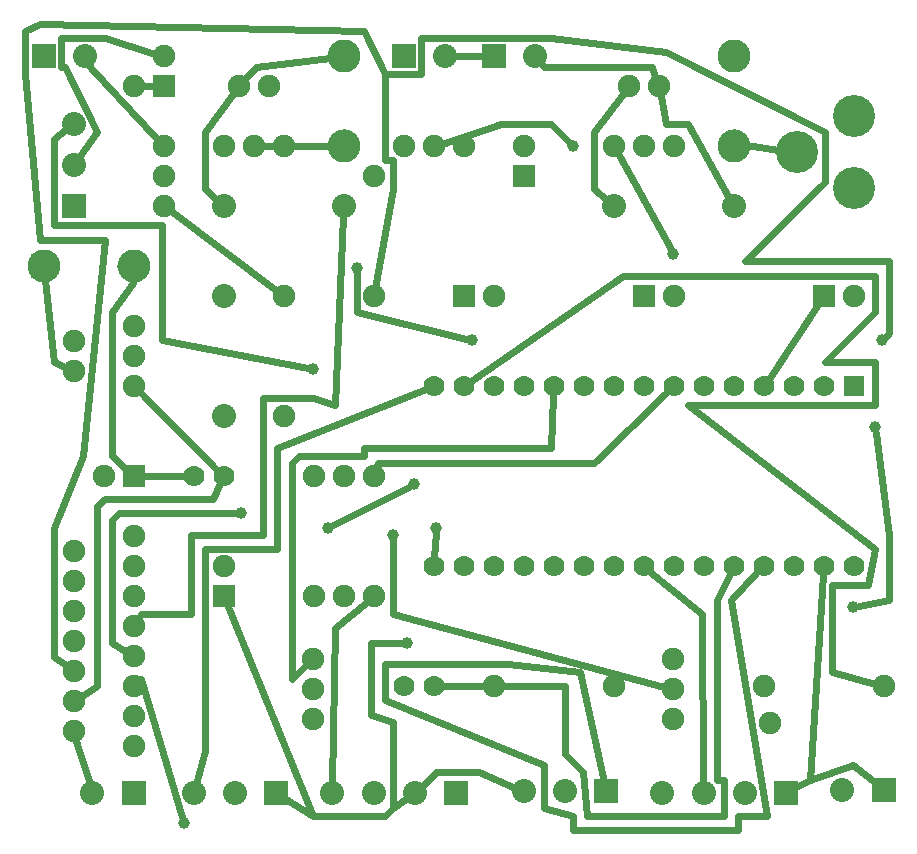
<source format=gtl>
G04 MADE WITH FRITZING*
G04 WWW.FRITZING.ORG*
G04 DOUBLE SIDED*
G04 HOLES PLATED*
G04 CONTOUR ON CENTER OF CONTOUR VECTOR*
%ASAXBY*%
%FSLAX23Y23*%
%MOIN*%
%OFA0B0*%
%SFA1.0B1.0*%
%ADD10C,0.039370*%
%ADD11C,0.075000*%
%ADD12C,0.110236*%
%ADD13C,0.074803*%
%ADD14C,0.080000*%
%ADD15C,0.082000*%
%ADD16C,0.140000*%
%ADD17C,0.070000*%
%ADD18R,0.075000X0.075000*%
%ADD19R,0.082000X0.082000*%
%ADD20R,0.080000X0.080000*%
%ADD21R,0.070000X0.069972*%
%ADD22C,0.024000*%
%LNCOPPER1*%
G90*
G70*
G54D10*
X1332Y652D03*
X1284Y1012D03*
X1020Y1564D03*
X780Y1084D03*
X1068Y1036D03*
X1356Y1180D03*
X2220Y1948D03*
X1884Y2308D03*
X2820Y772D03*
X2892Y1372D03*
X588Y52D03*
X1164Y1900D03*
X1548Y1660D03*
X2916Y1660D03*
X1428Y1036D03*
G54D11*
X1017Y597D03*
X1017Y497D03*
X1017Y397D03*
G54D12*
X2421Y2608D03*
X1121Y2608D03*
X121Y1908D03*
X421Y1908D03*
X1121Y2308D03*
X2421Y2308D03*
G54D13*
X2071Y2508D03*
X2171Y2508D03*
X2021Y2308D03*
X2121Y2308D03*
X2221Y2308D03*
X2071Y2508D03*
X2171Y2508D03*
X2021Y2308D03*
X2121Y2308D03*
X2221Y2308D03*
G54D14*
X2021Y2108D03*
X2421Y2108D03*
G54D11*
X1721Y2208D03*
X1721Y2308D03*
X2721Y1808D03*
X2821Y1808D03*
G54D15*
X2421Y2608D03*
X2421Y2310D03*
G54D16*
X2821Y2168D03*
X2821Y2408D03*
X2631Y2288D03*
G54D14*
X1621Y2608D03*
X1759Y2608D03*
G54D11*
X1521Y2308D03*
X1421Y2308D03*
X1321Y2308D03*
G54D14*
X1321Y2608D03*
X1459Y2608D03*
G54D17*
X2821Y1508D03*
X2721Y1508D03*
X2621Y1508D03*
X2521Y1508D03*
X2421Y1508D03*
X2321Y1508D03*
X2221Y1508D03*
X2121Y1508D03*
X2021Y1508D03*
X1921Y1508D03*
X1821Y1508D03*
X1721Y1508D03*
X1621Y1508D03*
X1521Y1508D03*
X1421Y1508D03*
X2821Y908D03*
X2721Y908D03*
X2621Y908D03*
X2521Y908D03*
X2421Y908D03*
X2321Y908D03*
X2221Y908D03*
X2121Y908D03*
X2021Y908D03*
X1921Y908D03*
X1821Y908D03*
X1721Y908D03*
X1621Y908D03*
X1521Y908D03*
X1421Y908D03*
G54D11*
X1221Y1808D03*
X1221Y2208D03*
G54D15*
X121Y1908D03*
X419Y1908D03*
X1121Y2608D03*
X1121Y2310D03*
G54D13*
X221Y1558D03*
X221Y1658D03*
X421Y1508D03*
X421Y1608D03*
X421Y1708D03*
X221Y1558D03*
X221Y1658D03*
X421Y1508D03*
X421Y1608D03*
X421Y1708D03*
X771Y2508D03*
X871Y2508D03*
X721Y2308D03*
X821Y2308D03*
X921Y2308D03*
X771Y2508D03*
X871Y2508D03*
X721Y2308D03*
X821Y2308D03*
X921Y2308D03*
G54D14*
X721Y1408D03*
X721Y1808D03*
X721Y2108D03*
X1121Y2108D03*
G54D11*
X421Y1208D03*
X321Y1208D03*
X521Y2508D03*
X521Y2608D03*
X1521Y1808D03*
X1621Y1808D03*
X2121Y1808D03*
X2221Y1808D03*
G54D14*
X2596Y152D03*
X2459Y152D03*
X2321Y152D03*
X2183Y152D03*
X121Y2608D03*
X259Y2608D03*
G54D13*
X221Y358D03*
X221Y458D03*
X221Y558D03*
X221Y658D03*
X221Y758D03*
X221Y858D03*
X221Y958D03*
X421Y308D03*
X421Y408D03*
X421Y508D03*
X421Y608D03*
X421Y708D03*
X421Y808D03*
X421Y908D03*
X421Y1008D03*
X221Y358D03*
X221Y458D03*
X221Y558D03*
X221Y658D03*
X221Y758D03*
X221Y858D03*
X221Y958D03*
X421Y308D03*
X421Y408D03*
X421Y508D03*
X421Y608D03*
X421Y708D03*
X421Y808D03*
X421Y908D03*
X421Y1008D03*
G54D14*
X421Y152D03*
X283Y152D03*
G54D11*
X421Y2508D03*
X2542Y386D03*
X421Y2508D03*
X2542Y386D03*
G54D17*
X621Y1208D03*
X721Y1208D03*
G54D11*
X721Y808D03*
X721Y908D03*
X1221Y808D03*
X1221Y1208D03*
X1121Y808D03*
X1121Y1208D03*
X1021Y808D03*
X1021Y1208D03*
G54D14*
X1496Y152D03*
X1359Y152D03*
X1221Y152D03*
X1083Y152D03*
X1996Y157D03*
X1859Y157D03*
X1721Y157D03*
G54D11*
X2021Y508D03*
X1621Y508D03*
G54D17*
X1321Y508D03*
X1421Y508D03*
G54D11*
X521Y2108D03*
X521Y2208D03*
X521Y2308D03*
X2217Y597D03*
X2217Y497D03*
X2217Y397D03*
G54D14*
X2921Y162D03*
X2783Y162D03*
X221Y2108D03*
X221Y2245D03*
X221Y2383D03*
G54D11*
X921Y1408D03*
X921Y1808D03*
X2921Y508D03*
X2521Y508D03*
G54D14*
X896Y151D03*
X759Y151D03*
X621Y151D03*
G54D18*
X1721Y2208D03*
X2721Y1808D03*
G54D19*
X2421Y2609D03*
G54D20*
X1621Y2608D03*
X1321Y2608D03*
G54D21*
X2821Y1508D03*
G54D19*
X120Y1908D03*
X1121Y2609D03*
G54D18*
X421Y1208D03*
X521Y2508D03*
X1521Y1808D03*
X2121Y1808D03*
G54D20*
X2596Y152D03*
X121Y2608D03*
X421Y152D03*
G54D18*
X721Y808D03*
G54D20*
X1496Y152D03*
X1996Y157D03*
X2921Y162D03*
X221Y2108D03*
X896Y151D03*
G54D22*
X156Y1588D02*
X191Y1571D01*
D02*
X126Y1861D02*
X156Y1588D01*
D02*
X828Y2572D02*
X793Y2532D01*
D02*
X1075Y2602D02*
X828Y2572D01*
D02*
X2484Y2308D02*
X2467Y2308D01*
D02*
X2570Y2296D02*
X2484Y2308D01*
D02*
X544Y2090D02*
X898Y1825D01*
D02*
X274Y181D02*
X230Y326D01*
D02*
X501Y2329D02*
X276Y2572D01*
D02*
X276Y2572D02*
X272Y2580D01*
D02*
X2143Y889D02*
X2316Y748D01*
D02*
X1092Y700D02*
X1199Y789D01*
D02*
X1083Y183D02*
X1092Y700D01*
D02*
X2316Y748D02*
X2320Y183D01*
D02*
X1956Y1252D02*
X2200Y1487D01*
D02*
X1236Y1252D02*
X1956Y1252D01*
D02*
X1230Y1235D02*
X1236Y1252D01*
D02*
X1997Y2128D02*
X1956Y2164D01*
D02*
X1956Y2356D02*
X2051Y2481D01*
D02*
X1956Y2164D02*
X1956Y2356D01*
D02*
X2160Y2538D02*
X2148Y2572D01*
D02*
X1788Y2572D02*
X1778Y2584D01*
D02*
X2148Y2572D02*
X1788Y2572D01*
D02*
X2406Y2135D02*
X2268Y2380D01*
D02*
X1447Y508D02*
X1592Y508D01*
D02*
X2408Y882D02*
X2364Y796D01*
D02*
X2196Y2380D02*
X2177Y2475D01*
D02*
X2268Y2380D02*
X2196Y2380D01*
D02*
X1932Y76D02*
X1920Y220D01*
D02*
X2388Y76D02*
X1932Y76D01*
D02*
X2388Y196D02*
X2388Y76D01*
D02*
X2364Y196D02*
X2388Y196D01*
D02*
X2364Y796D02*
X2364Y196D01*
D02*
X698Y2129D02*
X660Y2164D01*
D02*
X1860Y508D02*
X1649Y508D01*
D02*
X1860Y280D02*
X1860Y508D01*
D02*
X1920Y220D02*
X1860Y280D01*
D02*
X660Y2356D02*
X751Y2481D01*
D02*
X660Y2164D02*
X660Y2356D01*
D02*
X2500Y887D02*
X2412Y796D01*
X2412Y796D02*
X2532Y76D01*
D02*
X1884Y76D02*
X1788Y100D01*
D02*
X1884Y28D02*
X1884Y76D01*
D02*
X2436Y28D02*
X1884Y28D01*
D02*
X2436Y76D02*
X2436Y28D01*
D02*
X2532Y76D02*
X2436Y76D01*
D02*
X1668Y580D02*
X1908Y556D01*
D02*
X1260Y580D02*
X1668Y580D01*
D02*
X1260Y460D02*
X1260Y580D01*
D02*
X1788Y244D02*
X1260Y460D01*
D02*
X1788Y100D02*
X1788Y244D01*
D02*
X1908Y556D02*
X1990Y187D01*
D02*
X1812Y1300D02*
X1820Y1478D01*
D02*
X1188Y1300D02*
X1812Y1300D01*
D02*
X1188Y1276D02*
X1188Y1300D01*
D02*
X972Y1276D02*
X1188Y1276D01*
D02*
X948Y1252D02*
X972Y1276D01*
D02*
X948Y532D02*
X948Y1252D01*
D02*
X996Y577D02*
X948Y532D01*
D02*
X1490Y2608D02*
X1590Y2608D01*
D02*
X449Y2508D02*
X492Y2508D01*
D02*
X2537Y1532D02*
X2705Y1784D01*
D02*
X400Y1227D02*
X348Y1276D01*
D02*
X420Y1852D02*
X419Y1875D01*
D02*
X348Y1756D02*
X420Y1852D01*
D02*
X348Y1276D02*
X348Y1756D01*
D02*
X595Y1208D02*
X449Y1208D01*
D02*
X1284Y100D02*
X1260Y76D01*
D02*
X1284Y388D02*
X1284Y100D01*
D02*
X1212Y412D02*
X1284Y388D01*
D02*
X1212Y652D02*
X1212Y412D01*
D02*
X1313Y652D02*
X1212Y652D01*
D02*
X1020Y76D02*
X732Y781D01*
D02*
X1260Y76D02*
X1020Y76D01*
D02*
X1333Y134D02*
X1284Y100D01*
D02*
X1428Y220D02*
X1381Y173D01*
D02*
X1572Y220D02*
X1428Y220D01*
D02*
X1692Y169D02*
X1572Y220D01*
D02*
X923Y135D02*
X1020Y76D01*
D02*
X2676Y196D02*
X2719Y878D01*
D02*
X2623Y167D02*
X2676Y196D01*
D02*
X1394Y1497D02*
X900Y1300D01*
D02*
X2820Y244D02*
X2676Y196D01*
D02*
X2897Y181D02*
X2820Y244D01*
D02*
X660Y292D02*
X629Y181D01*
D02*
X660Y964D02*
X660Y292D01*
D02*
X900Y964D02*
X660Y964D01*
D02*
X900Y1300D02*
X900Y964D01*
D02*
X612Y1012D02*
X612Y748D01*
D02*
X852Y1012D02*
X612Y1012D01*
D02*
X852Y1468D02*
X852Y1012D01*
D02*
X1020Y1468D02*
X852Y1468D01*
D02*
X1092Y1444D02*
X1020Y1468D01*
D02*
X1119Y2076D02*
X1092Y1444D01*
D02*
X444Y748D02*
X437Y736D01*
D02*
X612Y748D02*
X444Y748D01*
D02*
X300Y2356D02*
X192Y2572D01*
D02*
X239Y2271D02*
X300Y2356D01*
D02*
X324Y2668D02*
X493Y2616D01*
D02*
X180Y2668D02*
X324Y2668D01*
D02*
X180Y2572D02*
X180Y2668D01*
D02*
X192Y2572D02*
X180Y2572D01*
D02*
X2189Y504D02*
X1284Y748D01*
D02*
X2868Y844D02*
X2892Y964D01*
D02*
X2748Y844D02*
X2868Y844D01*
D02*
X2748Y556D02*
X2748Y844D01*
D02*
X2893Y515D02*
X2748Y556D01*
D02*
X1284Y748D02*
X1284Y993D01*
D02*
X2892Y964D02*
X2268Y1444D01*
D02*
X2724Y1588D02*
X2892Y1756D01*
D02*
X2892Y1588D02*
X2724Y1588D01*
D02*
X2892Y1444D02*
X2892Y1588D01*
D02*
X2268Y1444D02*
X2892Y1444D01*
D02*
X2052Y1876D02*
X1545Y1524D01*
D02*
X2892Y1876D02*
X2052Y1876D01*
D02*
X2892Y1756D02*
X2892Y1876D01*
D02*
X156Y2332D02*
X156Y2044D01*
D02*
X196Y2364D02*
X156Y2332D01*
D02*
X348Y652D02*
X348Y1060D01*
D02*
X393Y625D02*
X348Y652D01*
D02*
X516Y1660D02*
X1001Y1568D01*
D02*
X516Y2044D02*
X516Y1660D01*
D02*
X156Y2044D02*
X516Y2044D01*
D02*
X372Y1084D02*
X761Y1084D01*
D02*
X348Y1060D02*
X372Y1084D01*
D02*
X1085Y1044D02*
X1339Y1171D01*
D02*
X2037Y2279D02*
X2211Y1965D01*
D02*
X1448Y2316D02*
X1644Y2380D01*
D02*
X1812Y2380D02*
X1871Y2321D01*
D02*
X1644Y2380D02*
X1812Y2380D01*
D02*
X702Y1226D02*
X444Y1484D01*
D02*
X2940Y1012D02*
X2895Y1353D01*
D02*
X2940Y796D02*
X2940Y1012D01*
D02*
X2839Y776D02*
X2940Y796D01*
D02*
X248Y475D02*
X300Y508D01*
D02*
X444Y532D02*
X583Y70D01*
D02*
X443Y531D02*
X444Y532D01*
D02*
X684Y1132D02*
X709Y1184D01*
D02*
X324Y1132D02*
X684Y1132D01*
D02*
X300Y1108D02*
X324Y1132D01*
D02*
X300Y508D02*
X300Y1108D01*
D02*
X1164Y1756D02*
X1530Y1665D01*
D02*
X1164Y1881D02*
X1164Y1756D01*
D02*
X1226Y1836D02*
X1284Y2164D01*
D02*
X1380Y2668D02*
X1812Y2668D01*
D02*
X1380Y2548D02*
X1380Y2668D01*
D02*
X1260Y2548D02*
X1380Y2548D01*
D02*
X1260Y2260D02*
X1260Y2548D01*
D02*
X1284Y2260D02*
X1260Y2260D01*
D02*
X1284Y2164D02*
X1284Y2260D01*
D02*
X2196Y2620D02*
X2724Y2356D01*
D02*
X1812Y2668D02*
X2196Y2620D01*
D02*
X2724Y2188D02*
X2460Y1924D01*
D02*
X2724Y2356D02*
X2724Y2188D01*
D02*
X2940Y1684D02*
X2929Y1673D01*
D02*
X2940Y1924D02*
X2940Y1684D01*
D02*
X2460Y1924D02*
X2940Y1924D01*
D02*
X1427Y1017D02*
X1422Y937D01*
D02*
X194Y577D02*
X156Y604D01*
D02*
X252Y1276D02*
X324Y1996D01*
D02*
X156Y1036D02*
X252Y1276D01*
D02*
X156Y604D02*
X156Y1036D01*
D02*
X108Y1996D02*
X60Y2548D01*
D02*
X324Y1996D02*
X108Y1996D01*
D02*
X108Y2716D02*
X1188Y2692D01*
D02*
X60Y2692D02*
X108Y2716D01*
D02*
X60Y2548D02*
X60Y2692D01*
D02*
X1188Y2692D02*
X1260Y2548D01*
D02*
X2421Y2277D02*
X2421Y2354D01*
D02*
X1121Y2277D02*
X1121Y2354D01*
D02*
X888Y2308D02*
X853Y2308D01*
D02*
X1074Y2308D02*
X953Y2308D01*
D02*
X451Y1908D02*
X374Y1908D01*
G04 End of Copper1*
M02*
</source>
